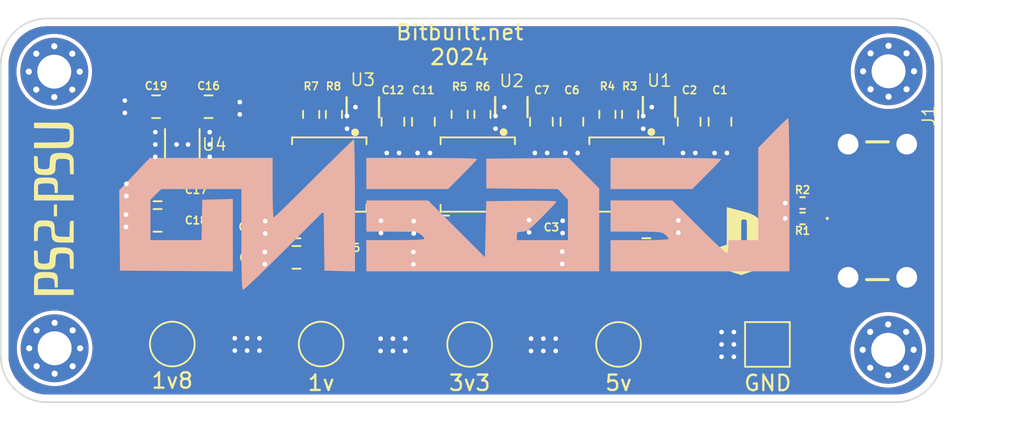
<source format=kicad_pcb>
(kicad_pcb (version 20240108) (generator "pcbnew") (generator_version "8.0")
  (layers (0 "F.Cu" signal) (31 "B.Cu" signal) (34 "B.Paste" user) (35 "F.Paste" user) (36 "B.SilkS" user "B.Silkscreen") (37 "F.SilkS" user "F.Silkscreen") (38 "B.Mask" user) (39 "F.Mask" user) (44 "Edge.Cuts" user))
  (net 0 "")
  (net 1 "1v")
  (net 2 "1v8")
  (net 3 "3v3")
  (net 4 "5v")
  (net 5 "VIN")
  (net 6 "GND")
  (net 7 "Net-(J1-CC2)")
  (net 8 "Net-(J1-CC1)")
  (net 9 "Net-(U1-SW)")
  (net 10 "Net-(U2-SW)")
  (net 11 "Net-(U3-SW)")
  (net 12 "Net-(U1-FB)")
  (net 13 "Net-(U2-FB)")
  (net 14 "Net-(U3-FB)")
  (footprint "Resistor_SMD:R_0402_1005Metric" (layer "F.Cu") (at 192.425 91.375 180)
    (property "Reference" "R1" (at 0 -0.8 0) (layer "F.SilkS") (effects (font (size 0.5 0.5) (thickness 0.1) (bold yes))))
    (property "Value" "5.1k" (hide yes))
    (pad "1" smd roundrect (at -0.51 0 180) (size 0.54 0.64) (layers "F.Cu" "F.Paste" "F.Mask") (net 8 "Net-(J1-CC1)"))
    (pad "2" smd roundrect (at 0.51 0 180) (size 0.54 0.64) (layers "F.Cu" "F.Paste" "F.Mask") (net 6 "GND"))
  )
  (footprint "Capacitor_SMD:C_0805_2012Metric" (layer "F.Cu") (at 165.875 85.1 -90)
    (property "Reference" "C12" (at -2.05 0 180) (layer "F.SilkS") (effects (font (size 0.5 0.5) (thickness 0.1) (bold yes))))
    (property "Value" "22uF" (hide yes))
    (pad "1" smd roundrect (at -0.95 0 270) (size 1 1.45) (layers "F.Cu" "F.Paste" "F.Mask") (net 5 "VIN"))
    (pad "2" smd roundrect (at 0.95 0 270) (size 1 1.45) (layers "F.Cu" "F.Paste" "F.Mask") (net 6 "GND"))
  )
  (footprint "Resistor_SMD:R_0603_1608Metric" (layer "F.Cu") (at 162.05 84.625 90)
    (property "Reference" "R8" (at 1.825 -0.025 180) (layer "F.SilkS") (effects (font (size 0.5 0.5) (thickness 0.1) (bold yes))))
    (property "Value" "10k" (hide yes))
    (pad "1" smd roundrect (at -0.825 0 90) (size 0.8 0.95) (layers "F.Cu" "F.Paste" "F.Mask") (net 6 "GND"))
    (pad "2" smd roundrect (at 0.825 0 90) (size 0.8 0.95) (layers "F.Cu" "F.Paste" "F.Mask") (net 14 "Net-(U3-FB)"))
  )
  (footprint "MountingHole:MountingHole_2.2mm_M2_Pad_Via" (layer "F.Cu") (at 198 81.825)
    (property "Reference" "REF**" (hide yes))
    (property "Value" "MountingHole_2.2mm_M2_Pad_Via" (hide yes))
    (pad "1" thru_hole circle (at -1.65 0) (size 0.7 0.7) (drill 0.4) (layers "*.Cu" "*.Mask"))
    (pad "1" thru_hole circle (at -1.166726 -1.166726) (size 0.7 0.7) (drill 0.4) (layers "*.Cu" "*.Mask"))
    (pad "1" thru_hole circle (at -1.166726 1.166726) (size 0.7 0.7) (drill 0.4) (layers "*.Cu" "*.Mask"))
    (pad "1" thru_hole circle (at 0 -1.65) (size 0.7 0.7) (drill 0.4) (layers "*.Cu" "*.Mask"))
    (pad "1" thru_hole circle (at 0 0) (size 4.4 4.4) (drill 2.2) (layers "*.Cu" "*.Mask"))
    (pad "1" thru_hole circle (at 0 1.65) (size 0.7 0.7) (drill 0.4) (layers "*.Cu" "*.Mask"))
    (pad "1" thru_hole circle (at 1.166726 -1.166726) (size 0.7 0.7) (drill 0.4) (layers "*.Cu" "*.Mask"))
    (pad "1" thru_hole circle (at 1.166726 1.166726) (size 0.7 0.7) (drill 0.4) (layers "*.Cu" "*.Mask"))
    (pad "1" thru_hole circle (at 1.65 0) (size 0.7 0.7) (drill 0.4) (layers "*.Cu" "*.Mask"))
  )
  (footprint "PS2 PSU Footprints:TPS62A06DRLR" (layer "F.Cu") (at 173.55 84.15 90)
    (property "Reference" "U2" (at 1.7 0.025 0) (layer "F.SilkS") (effects (font (size 0.8 0.8) (thickness 0.1))))
    (property "Value" "TPS62A06DRLR" (hide yes))
    (pad "1" smd rect (at -0.740001 -0.499999 90) (size 0.670001 0.299999) (layers "F.Cu" "F.Paste" "F.Mask") (net 6 "GND"))
    (pad "2" smd rect (at -0.740001 0 90) (size 0.670001 0.299999) (layers "F.Cu" "F.Paste" "F.Mask") (net 10 "Net-(U2-SW)"))
    (pad "3" smd rect (at -0.740001 0.499999 90) (size 0.670001 0.299999) (layers "F.Cu" "F.Paste" "F.Mask") (net 5 "VIN"))
    (pad "4" smd rect (at 0.740001 0.499999 90) (size 0.670001 0.299999) (layers "F.Cu" "F.Paste" "F.Mask") (net 5 "VIN"))
    (pad "5" smd rect (at 0.740001 0 90) (size 0.670001 0.299999) (layers "F.Cu" "F.Paste" "F.Mask") (net 13 "Net-(U2-FB)"))
    (pad "6" smd rect (at 0.740001 -0.499999 90) (size 0.670001 0.299999) (layers "F.Cu" "F.Paste" "F.Mask") (net 6 "GND"))
  )
  (footprint "Inductor_SMD:L_Coilcraft_XAL4020-XXX" (layer "F.Cu") (at 161.75 88.525 180)
    (property "Reference" "L3" (at -3.15 0.025 0) (layer "F.SilkS") (effects (font (size 0.8 0.8) (thickness 0.1))))
    (property "Value" "1uH" (hide yes))
    (pad "1" smd rect (at -1.185 0 180) (size 0.98 3.4) (layers "F.Cu" "F.Paste" "F.Mask") (net 11 "Net-(U3-SW)"))
    (pad "2" smd rect (at 1.185 0 180) (size 0.98 3.4) (layers "F.Cu" "F.Paste" "F.Mask") (net 1 "1v"))
  )
  (footprint "Capacitor_SMD:C_0805_2012Metric" (layer "F.Cu") (at 177.475 85.1 -90)
    (property "Reference" "C6" (at -2.05 0 180) (layer "F.SilkS") (effects (font (size 0.5 0.5) (thickness 0.1) (bold yes))))
    (property "Value" "22uF" (hide yes))
    (pad "1" smd roundrect (at -0.95 0 270) (size 1 1.45) (layers "F.Cu" "F.Paste" "F.Mask") (net 5 "VIN"))
    (pad "2" smd roundrect (at 0.95 0 270) (size 1 1.45) (layers "F.Cu" "F.Paste" "F.Mask") (net 6 "GND"))
  )
  (footprint "Resistor_SMD:R_0603_1608Metric" (layer "F.Cu") (at 171.675 84.625 90)
    (property "Reference" "R6" (at 1.8 0.025 180) (layer "F.SilkS") (effects (font (size 0.5 0.5) (thickness 0.1) (bold yes))))
    (property "Value" "10k" (hide yes))
    (pad "1" smd roundrect (at -0.825 0 90) (size 0.8 0.95) (layers "F.Cu" "F.Paste" "F.Mask") (net 6 "GND"))
    (pad "2" smd roundrect (at 0.825 0 90) (size 0.8 0.95) (layers "F.Cu" "F.Paste" "F.Mask") (net 13 "Net-(U2-FB)"))
  )
  (footprint "Capacitor_SMD:C_0805_2012Metric" (layer "F.Cu") (at 187.075 85.1 -90)
    (property "Reference" "C1" (at -2.05 0 180) (layer "F.SilkS") (effects (font (size 0.5 0.5) (thickness 0.1) (bold yes))))
    (property "Value" "22uF" (hide yes))
    (pad "1" smd roundrect (at -0.95 0 270) (size 1 1.45) (layers "F.Cu" "F.Paste" "F.Mask") (net 5 "VIN"))
    (pad "2" smd roundrect (at 0.95 0 270) (size 1 1.45) (layers "F.Cu" "F.Paste" "F.Mask") (net 6 "GND"))
  )
  (footprint "Capacitor_SMD:C_0805_2012Metric" (layer "F.Cu") (at 153.925 84.125)
    (property "Reference" "C16" (at 0 -1.35 0) (layer "F.SilkS") (effects (font (size 0.5 0.5) (thickness 0.1) (bold yes))))
    (property "Value" "10uF" (hide yes))
    (pad "1" smd roundrect (at -0.95 0) (size 1 1.45) (layers "F.Cu" "F.Paste" "F.Mask") (net 5 "VIN"))
    (pad "2" smd roundrect (at 0.95 0) (size 1 1.45) (layers "F.Cu" "F.Paste" "F.Mask") (net 6 "GND"))
  )
  (footprint "PS2 PSU Footprints:TLV75718PDRVR" (layer "F.Cu") (at 152.225 86.575 90)
    (property "Reference" "U4" (at 0 2.075 180) (layer "F.SilkS") (effects (font (size 0.8 0.8) (thickness 0.1))))
    (property "Value" "TLV75718PDRVR" (hide yes))
    (pad "1" smd roundrect (at -0.975 -0.65 90) (size 0.45 0.3) (layers "F.Cu" "F.Paste" "F.Mask") (roundrect_rratio 0.025) (net 2 "1v8"))
    (pad "2" smd roundrect (at -0.975 0 90) (size 0.45 0.3) (layers "F.Cu" "F.Paste" "F.Mask") (roundrect_rratio 0.025))
    (pad "3" smd roundrect (at -0.975 0.65 90) (size 0.45 0.3) (layers "F.Cu" "F.Paste" "F.Mask") (roundrect_rratio 0.025) (net 6 "GND"))
    (pad "4" smd roundrect (at 0.975 0.65 90) (size 0.45 0.3) (layers "F.Cu" "F.Paste" "F.Mask") (roundrect_rratio 0.025) (net 5 "VIN"))
    (pad "5" smd roundrect (at 0.975 0 90) (size 0.45 0.3) (layers "F.Cu" "F.Paste" "F.Mask") (roundrect_rratio 0.025))
    (pad "6" smd roundrect (at 0.975 -0.65 90) (size 0.45 0.3) (layers "F.Cu" "F.Paste" "F.Mask") (roundrect_rratio 0.025) (net 5 "VIN"))
    (pad "7" smd rect (at 0 0 90) (size 1 1.6) (layers "F.Cu" "F.Mask") (net 6 "GND"))
  )
  (footprint "PS2 PSU Footprints:USB4125GFA" (layer "F.Cu") (at 198.075 90.875 90)
    (property "Reference" "J1" (at 6.15 2.525 -90) (layer "F.SilkS") (effects (font (size 0.8 0.8) (thickness 0.1))))
    (property "Value" "USB4125-GF-A" (hide yes))
    (pad "A5" smd rect (at -0.5 -2.778 90) (size 0.7 1.2) (layers "F.Cu" "F.Paste" "F.Mask") (net 8 "Net-(J1-CC1)"))
    (pad "A9" smd rect (at 1.52 -2.778 90) (size 0.76 1.2) (layers "F.Cu" "F.Paste" "F.Mask") (net 5 "VIN"))
    (pad "A12" smd rect (at 2.75 -2.778 90) (size 0.8 1.2) (layers "F.Cu" "F.Paste" "F.Mask") (net 6 "GND"))
    (pad "B5" smd rect (at 0.5 -2.778 90) (size 0.7 1.2) (layers "F.Cu" "F.Paste" "F.Mask") (net 7 "Net-(J1-CC2)"))
    (pad "B9" smd rect (at -1.52 -2.778 90) (size 0.76 1.2) (layers "F.Cu" "F.Paste" "F.Mask") (net 5 "VIN"))
    (pad "B12" smd rect (at -2.75 -2.778 90) (size 0.8 1.2) (layers "F.Cu" "F.Paste" "F.Mask") (net 6 "GND"))
    (pad "MH1" thru_hole circle (at 4.32 -2.698 90) (size 2.01 2.01) (drill 1.34) (layers "*.Cu" "*.Mask") (net 6 "GND"))
    (pad "MH2" thru_hole circle (at 4.32 1.102 90) (size 2.01 2.01) (drill 1.34) (layers "*.Cu" "*.Mask") (net 6 "GND"))
    (pad "MH3" thru_hole circle (at -4.32 1.102 90) (size 2.01 2.01) (drill 1.34) (layers "*.Cu" "*.Mask") (net 6 "GND"))
    (pad "MH4" thru_hole circle (at -4.32 -2.698 90) (size 2.01 2.01) (drill 1.34) (layers "*.Cu" "*.Mask") (net 6 "GND"))
  )
  (footprint "PS2 PSU Footprints:TPS62A06DRLR" (layer "F.Cu") (at 163.925001 84.165001 90)
    (property "Reference" "U3" (at 1.790001 -0.000001 0) (layer "F.SilkS") (effects (font (size 0.8 0.8) (thickness 0.1))))
    (property "Value" "TPS62A06DRLR" (hide yes))
    (pad "1" smd rect (at -0.740001 -0.499999 90) (size 0.670001 0.299999) (layers "F.Cu" "F.Paste" "F.Mask") (net 6 "GND"))
    (pad "2" smd rect (at -0.740001 0 90) (size 0.670001 0.299999) (layers "F.Cu" "F.Paste" "F.Mask") (net 11 "Net-(U3-SW)"))
    (pad "3" smd rect (at -0.740001 0.499999 90) (size 0.670001 0.299999) (layers "F.Cu" "F.Paste" "F.Mask") (net 5 "VIN"))
    (pad "4" smd rect (at 0.740001 0.499999 90) (size 0.670001 0.299999) (layers "F.Cu" "F.Paste" "F.Mask") (net 5 "VIN"))
    (pad "5" smd rect (at 0.740001 0 90) (size 0.670001 0.299999) (layers "F.Cu" "F.Paste" "F.Mask") (net 14 "Net-(U3-FB)"))
    (pad "6" smd rect (at 0.740001 -0.499999 90) (size 0.670001 0.299999) (layers "F.Cu" "F.Paste" "F.Mask") (net 6 "GND"))
  )
  (footprint "Resistor_SMD:R_0603_1608Metric" (layer "F.Cu") (at 170.2 84.625 90)
    (property "Reference" "R5" (at 1.8 0 180) (layer "F.SilkS") (effects (font (size 0.5 0.5) (thickness 0.1) (bold yes))))
    (property "Value" "45k" (hide yes))
    (pad "1" smd roundrect (at -0.825 0 90) (size 0.8 0.95) (layers "F.Cu" "F.Paste" "F.Mask") (net 3 "3v3"))
    (pad "2" smd roundrect (at 0.825 0 90) (size 0.8 0.95) (layers "F.Cu" "F.Paste" "F.Mask") (net 13 "Net-(U2-FB)"))
  )
  (footprint "Capacitor_SMD:C_0805_2012Metric" (layer "F.Cu") (at 178.9 91.925 180)
    (property "Reference" "C3" (at 2.75 -0.025 0) (layer "F.SilkS") (effects (font (size 0.5 0.5) (thickness 0.1) (bold yes))))
    (property "Value" "22uF" (hide yes))
    (pad "1" smd roundrect (at -0.95 0 180) (size 1 1.45) (layers "F.Cu" "F.Paste" "F.Mask") (net 4 "5v"))
    (pad "2" smd roundrect (at 0.95 0 180) (size 1 1.45) (layers "F.Cu" "F.Paste" "F.Mask") (net 6 "GND"))
  )
  (footprint "Capacitor_SMD:C_0805_2012Metric" (layer "F.Cu") (at 159.625 93.9 180)
    (property "Reference" "C14" (at 2.975 -0.025 0) (layer "F.SilkS") (effects (font (size 0.5 0.5) (thickness 0.1) (bold yes))))
    (property "Value" "22uF" (hide yes))
    (pad "1" smd roundrect (at -0.95 0 180) (size 1 1.45) (layers "F.Cu" "F.Paste" "F.Mask") (net 1 "1v"))
    (pad "2" smd roundrect (at 0.95 0 180) (size 1 1.45) (layers "F.Cu" "F.Paste" "F.Mask") (net 6 "GND"))
  )
  (footprint "PS2 PSU Footprints:PS2-PSULogo2" (layer "F.Cu") (at 143.95 90.7 90)
    (property "Reference" "G***" (hide yes))
    (property "Value" "LOGO" (hide yes))
  )
  (footprint "Capacitor_SMD:C_0805_2012Metric" (layer "F.Cu") (at 175.5 85.1 -90)
    (property "Reference" "C7" (at -2.05 -0.025 180) (layer "F.SilkS") (effects (font (size 0.5 0.5) (thickness 0.1) (bold yes))))
    (property "Value" "22uF" (hide yes))
    (pad "1" smd roundrect (at -0.95 0 270) (size 1 1.45) (layers "F.Cu" "F.Paste" "F.Mask") (net 5 "VIN"))
    (pad "2" smd roundrect (at 0.95 0 270) (size 1 1.45) (layers "F.Cu" "F.Paste" "F.Mask") (net 6 "GND"))
  )
  (footprint "MountingHole:MountingHole_2.2mm_M2_Pad_Via" (layer "F.Cu") (at 143.925 81.85)
    (property "Reference" "REF**" (hide yes))
    (property "Value" "MountingHole_2.2mm_M2_Pad_Via" (hide yes))
    (pad "1" thru_hole circle (at -1.65 0) (size 0.7 0.7) (drill 0.4) (layers "*.Cu" "*.Mask"))
    (pad "1" thru_hole circle (at -1.166726 -1.166726) (size 0.7 0.7) (drill 0.4) (layers "*.Cu" "*.Mask"))
    (pad "1" thru_hole circle (at -1.166726 1.166726) (size 0.7 0.7) (drill 0.4) (layers "*.Cu" "*.Mask"))
    (pad "1" thru_hole circle (at 0 -1.65) (size 0.7 0.7) (drill 0.4) (layers "*.Cu" "*.Mask"))
    (pad "1" thru_hole circle (at 0 0) (size 4.4 4.4) (drill 2.2) (layers "*.Cu" "*.Mask"))
    (pad "1" thru_hole circle (at 0 1.65) (size 0.7 0.7) (drill 0.4) (layers "*.Cu" "*.Mask"))
    (pad "1" thru_hole circle (at 1.166726 -1.166726) (size 0.7 0.7) (drill 0.4) (layers "*.Cu" "*.Mask"))
    (pad "1" thru_hole circle (at 1.166726 1.166726) (size 0.7 0.7) (drill 0.4) (layers "*.Cu" "*.Mask"))
    (pad "1" thru_hole circle (at 1.65 0) (size 0.7 0.7) (drill 0.4) (layers "*.Cu" "*.Mask"))
  )
  (footprint "TestPoint:TestPoint_Pad_2.5x2.5mm" (layer "F.Cu") (at 190.15 99.55)
    (property "Reference" "GND" (at 0.02 2.51 0) (layer "F.SilkS"))
    (property "Value" "TestPoint" (hide yes))
    (pad "1" smd rect (at 0 0) (size 2.5 2.5) (layers "F.Cu" "F.Mask") (net 6 "GND"))
  )
  (footprint "Resistor_SMD:R_0603_1608Metric" (layer "F.Cu") (at 160.575 84.625 90)
    (property "Reference" "R7" (at 1.825 0 180) (layer "F.SilkS") (effects (font (size 0.5 0.5) (thickness 0.1) (bold yes))))
    (property "Value" "6.8k" (hide yes))
    (pad "1" smd roundrect (at -0.825 0 90) (size 0.8 0.95) (layers "F.Cu" "F.Paste" "F.Mask") (net 1 "1v"))
    (pad "2" smd roundrect (at 0.825 0 90) (size 0.8 0.95) (layers "F.Cu" "F.Paste" "F.Mask") (net 14 "Net-(U3-FB)"))
  )
  (footprint "Capacitor_SMD:C_0805_2012Metric" (layer "F.Cu") (at 169.25 93.9 180)
    (property "Reference" "C9" (at 2.775 0 0) (layer "F.SilkS") (effects (font (size 0.5 0.5) (thickness 0.1) (bold yes))))
    (property "Value" "22uF" (hide yes))
    (pad "1" smd roundrect (at -0.95 0 180) (size 1 1.45) (layers "F.Cu" "F.Paste" "F.Mask") (net 3 "3v3"))
    (pad "2" smd roundrect (at 0.95 0 180) (size 1 1.45) (layers "F.Cu" "F.Paste" "F.Mask") (net 6 "GND"))
  )
  (footprint "Capacitor_SMD:C_0805_2012Metric" (layer "F.Cu") (at 150.625 91.5 180)
    (property "Reference" "C18" (at -2.5 0 0) (layer "F.SilkS") (effects (font (size 0.5 0.5) (thickness 0.1) (bold yes))))
    (property "Value" "22uF" (hide yes))
    (pad "1" smd roundrect (at -0.95 0 180) (size 1 1.45) (layers "F.Cu" "F.Paste" "F.Mask") (net 2 "1v8"))
    (pad "2" smd roundrect (at 0.95 0 180) (size 1 1.45) (layers "F.Cu" "F.Paste" "F.Mask") (net 6 "GND"))
  )
  (footprint "Capacitor_SMD:C_0805_2012Metric" (layer "F.Cu") (at 150.525 84.125 180)
    (property "Reference" "C19" (at 0 1.35 0) (layer "F.SilkS") (effects (font (size 0.5 0.5) (thickness 0.1) (bold yes))))
    (property "Value" "10uF" (hide yes))
    (pad "1" smd roundrect (at -0.95 0 180) (size 1 1.45) (layers "F.Cu" "F.Paste" "F.Mask") (net 5 "VIN"))
    (pad "2" smd roundrect (at 0.95 0 180) (size 1 1.45) (layers "F.Cu" "F.Paste" "F.Mask") (net 6 "GND"))
  )
  (footprint "Capacitor_SMD:C_0805_2012Metric" (layer "F.Cu") (at 159.625 91.925 180)
    (property "Reference" "C13" (at 3.025 0 0) (layer "F.SilkS") (effects (font (size 0.5 0.5) (thickness 0.1) (bold yes))))
    (property "Value" "22uF" (hide yes))
    (pad "1" smd roundrect (at -0.95 0 180) (size 1 1.45) (layers "F.Cu" "F.Paste" "F.Mask") (net 1 "1v"))
    (pad "2" smd roundrect (at 0.95 0 180) (size 1 1.45) (layers "F.Cu" "F.Paste" "F.Mask") (net 6 "GND"))
  )
  (footprint "TestPoint:TestPoint_Pad_D2.5mm" (layer "F.Cu") (at 151.575 99.525)
    (property "Reference" "1v8" (at 0 2.375 0) (layer "F.SilkS"))
    (property "Value" "TestPoint" (hide yes))
    (pad "1" smd circle (at 0 0) (size 2.5 2.5) (layers "F.Cu" "F.Mask") (net 2 "1v8"))
  )
  (footprint "TestPoint:TestPoint_Pad_D2.5mm" (layer "F.Cu") (at 161.225 99.525)
    (property "Reference" "1v" (at 0 2.525 0) (layer "F.SilkS"))
    (property "Value" "TestPoint" (hide yes))
    (pad "1" smd circle (at 0 0) (size 2.5 2.5) (layers "F.Cu" "F.Mask") (net 1 "1v"))
  )
  (footprint "Capacitor_SMD:C_0805_2012Metric" (layer "F.Cu") (at 167.85 85.1 -90)
    (property "Reference" "C11" (at -2.05 0 180) (layer "F.SilkS") (effects (font (size 0.5 0.5) (thickness 0.1) (bold yes))))
    (property "Value" "22uF" (hide yes))
    (pad "1" smd roundrect (at -0.95 0 270) (size 1 1.45) (layers "F.Cu" "F.Paste" "F.Mask") (net 5 "VIN"))
    (pad "2" smd roundrect (at 0.95 0 270) (size 1 1.45) (layers "F.Cu" "F.Paste" "F.Mask") (net 6 "GND"))
  )
  (footprint "Inductor_SMD:L_Coilcraft_XAL4020-XXX" (layer "F.Cu") (at 181.015001 88.525001 180)
    (property "Reference" "L1" (at -3.109999 0.000001 0) (layer "F.SilkS") (effects (font (size 0.8 0.8) (thickness 0.1))))
    (property "Value" "2.2uH" (hide yes))
    (pad "1" smd rect (at -1.185 0 180) (size 0.98 3.4) (layers "F.Cu" "F.Paste" "F.Mask") (net 9 "Net-(U1-SW)"))
    (pad "2" smd rect (at 1.185 0 180) (size 0.98 3.4) (layers "F.Cu" "F.Paste" "F.Mask") (net 4 "5v"))
  )
  (footprint "Inductor_SMD:L_Coilcraft_XAL4020-XXX" (layer "F.Cu") (at 171.375 88.525 180)
    (property "Reference" "L2" (at -3.11 0 0) (layer "F.SilkS") (effects (font (size 0.8 0.8) (thickness 0.1))))
    (property "Value" "2.2uH" (hide yes))
    (pad "1" smd rect (at -1.185 0 180) (size 0.98 3.4) (layers "F.Cu" "F.Paste" "F.Mask") (net 10 "Net-(U2-SW)"))
    (pad "2" smd rect (at 1.185 0 180) (size 0.98 3.4) (layers "F.Cu" "F.Paste" "F.Mask") (net 3 "3v3"))
  )
  (footprint "Capacitor_SMD:C_0805_2012Metric" (layer "F.Cu") (at 185.075 85.1 -90)
    (property "Reference" "C2" (at -2.05 -0.025 180) (layer "F.SilkS") (effects (font (size 0.5 0.5) (thickness 0.1) (bold yes))))
    (property "Value" "22uF" (hide yes))
    (pad "1" smd roundrect (at -0.95 0 270) (size 1 1.45) (layers "F.Cu" "F.Paste" "F.Mask") (net 5 "VIN"))
    (pad "2" smd roundrect (at 0.95 0 270) (size 1 1.45) (layers "F.Cu" "F.Paste" "F.Mask") (net 6 "GND"))
  )
  (footprint "Capacitor_SMD:C_0805_2012Metric" (layer "F.Cu") (at 163.025 91.925)
    (property "Reference" "C15" (at 0 1.35 0) (layer "F.SilkS") (effects (font (size 0.5 0.5) (thickness 0.1) (bold yes))))
    (property "Value" "22uF" (hide yes))
    (pad "1" smd roundrect (at -0.95 0) (size 1 1.45) (layers "F.Cu" "F.Paste" "F.Mask") (net 1 "1v"))
    (pad "2" smd roundrect (at 0.95 0) (size 1 1.45) (layers "F.Cu" "F.Paste" "F.Mask") (net 6 "GND"))
  )
  (footprint "TestPoint:TestPoint_Pad_D2.5mm" (layer "F.Cu") (at 170.85 99.55)
    (property "Reference" "3v3" (at 0 2.5 0) (layer "F.SilkS"))
    (property "Value" "TestPoint" (hide yes))
    (pad "1" smd circle (at 0 0) (size 2.5 2.5) (layers "F.Cu" "F.Mask") (net 3 "3v3"))
  )
  (footprint "Resistor_SMD:R_0603_1608Metric" (layer "F.Cu") (at 181.25 84.625 90)
    (property "Reference" "R3" (at 1.825 -0.025 0) (layer "F.SilkS") (effects (font (size 0.5 0.5) (thickness 0.1) (bold yes))))
    (property "Value" "10k" (hide yes))
    (pad "1" smd roundrect (at -0.825 0 90) (size 0.8 0.95) (layers "F.Cu" "F.Paste" "F.Mask") (net 6 "GND"))
    (pad "2" smd roundrect (at 0.825 0 90) (size 0.8 0.95) (layers "F.Cu" "F.Paste" "F.Mask") (net 12 "Net-(U1-FB)"))
  )
  (footprint "MountingHole:MountingHole_2.2mm_M2_Pad_Via" (layer "F.Cu") (at 143.95 99.8)
    (property "Reference" "REF**" (hide yes))
    (property "Value" "MountingHole_2.2mm_M2_Pad_Via" (hide yes))
    (pad "1" thru_hole circle (at -1.65 0) (size 0.7 0.7) (drill 0.4) (layers "*.Cu" "*.Mask"))
    (pad "1" thru_hole circle (at -1.166726 -1.166726) (size 0.7 0.7) (drill 0.4) (layers "*.Cu" "*.Mask"))
    (pad "1" thru_hole circle (at -1.166726 1.166726) (size 0.7 0.7) (drill 0.4) (layers "*.Cu" "*.Mask"))
    (pad "1" thru_hole circle (at 0 -1.65) (size 0.7 0.7) (drill 0.4) (layers "*.Cu" "*.Mask"))
    (pad "1" thru_hole circle (at 0 0) (size 4.4 4.4) (drill 2.2) (layers "*.Cu" "*.Mask"))
    (pad "1" thru_hole circle (at 0 1.65) (size 0.7 0.7) (drill 0.4) (layers "*.Cu" "*.Mask"))
    (pad "1" thru_hole circle (at 1.166726 -1.166726) (size 0.7 0.7) (drill 0.4) (layers "*.Cu" "*.Mask"))
    (pad "1" thru_hole circle (at 1.166726 1.166726) (size 0.7 0.7) (drill 0.4) (layers "*.Cu" "*.Mask"))
    (pad "1" thru_hole circle (at 1.65 0) (size 0.7 0.7) (drill 0.4) (layers "*.Cu" "*.Mask"))
  )
  (footprint "Capacitor_SMD:C_0805_2012Metric" (layer "F.Cu") (at 178.9 93.9 180)
    (property "Reference" "C4" (at 2.725 0 0) (layer "F.SilkS") (effects (font (size 0.5 0.5) (thickness 0.1) (bold yes))))
    (property "Value" "22uF" (hide yes))
    (pad "1" smd roundrect (at -0.95 0 180) (size 1 1.45) (layers "F.Cu" "F.Paste" "F.Mask") (net 4 "5v"))
    (pad "2" smd roundrect (at 0.95 0 180) (size 1 1.45) (layers "F.Cu" "F.Paste" "F.Mask") (net 6 "GND"))
  )
  (footprint "TestPoint:TestPoint_Pad_D2.5mm" (layer "F.Cu") (at 180.5 99.55)
    (property "Reference" "5v" (at 0 2.5 0) (layer "F.SilkS"))
    (property "Value" "TestPoint" (hide yes))
    (pad "1" smd circle (at 0 0) (size 2.5 2.5) (layers "F.Cu" "F.Mask") (net 4 "5v"))
  )
  (footprint "Resistor_SMD:R_0402_1005Metric" (layer "F.Cu") (at 192.425 90.375 180)
    (property "Reference" "R2" (at 0 0.85 0) (layer "F.SilkS") (effects (font (size 0.5 0.5) (thickness 0.1) (bold yes))))
    (property "Value" "5.1k" (hide yes))
    (pad "1" smd roundrect (at -0.51 0 180) (size 0.54 0.64) (layers "F.Cu" "F.Paste" "F.Mask") (net 7 "Net-(J1-CC2)"))
    (pad "2" smd roundrect (at 0.51 0 180) (size 0.54 0.64) (layers "F.Cu" "F.Paste" "F.Mask") (net 6 "GND"))
  )
  (footprint "Capacitor_SMD:C_0805_2012Metric" (layer "F.Cu") (at 172.65 91.925)
    (property "Reference" "C10" (at 0 1.375 0) (layer "F.SilkS") (effects (font (size 0.5 0.5) (thickness 0.1) (bold yes))))
    (property "Value" "22uF" (hide yes))
    (pad "1" smd roundrect (at -0.95 0) (size 1 1.45) (layers "F.Cu" "F.Paste" "F.Mask") (net 3 "3v3"))
    (pad "2" smd roundrect (at 0.95 0) (size 1 1.45) (layers "F.Cu" "F.Paste" "F.Mask") (net 6 "GND"))
  )
  (footprint "PS2 PSU Footprints:PSLogo2" (layer "F.Cu") (at 188.225 92.85)
    (property "Reference" "G***" (hide yes))
    (property "Value" "LOGO" (hide yes))
  )
  (footprint "Capacitor_SMD:C_0805_2012Metric" (layer "F.Cu") (at 150.625 89.525 180)
    (property "Reference" "C17" (at -2.5 0 0) (layer "F.SilkS") (effects (font (size 0.5 0.5) (thickness 0.1) (bold yes))))
    (property "Value" "22uF" (hide yes))
    (pad "1" smd roundrect (at -0.95 0 180) (size 1 1.45) (layers "F.Cu" "F.Paste" "F.Mask") (net 2 "1v8"))
    (pad "2" smd roundrect (at 0.95 0 180) (size 1 1.45) (layers "F.Cu" "F.Paste" "F.Mask") (net 6 "GND"))
  )
  (footprint "Capacitor_SMD:C_0805_2012Metric" (layer "F.Cu") (at 169.25 91.925 180)
    (property "Reference" "C8" (at 2.8 -0.025 0) (layer "F.SilkS") (effects (font (size 0.5 0.5) (thickness 0.1) (bold yes))))
    (property "Value" "22uF" (hide yes))
    (pad "1" smd roundrect (at -0.95 0 180) (size 1 1.45) (layers "F.Cu" "F.Paste" "F.Mask") (net 3 "3v3"))
    (pad "2" smd roundrect (at 0.95 0 180) (size 1 1.45) (layers "F.Cu" "F.Paste" "F.Mask") (net 6 "GND"))
  )
  (footprint "Resistor_SMD:R_0603_1608Metric" (layer "F.Cu") (at 179.775 84.625 90)
    (property "Reference" "R4" (at 1.825 0 180) (layer "F.SilkS") (effects (font (size 0.5 0.5) (thickness 0.1) (bold yes))))
    (property "Value" "73.2k" (hide yes))
    (pad "1" smd roundrect (at -0.825 0 90) (size 0.8 0.95) (layers "F.Cu" "F.Paste" "F.Mask") (net 4 "5v"))
    (pad "2" smd roundrect (at 0.825 0 90) (size 0.8 0.95) (layers "F.Cu" "F.Paste" "F.Mask") (net 12 "Net-(U1-FB)"))
  )
  (footprint "MountingHole:MountingHole_2.2mm_M2_Pad_Via" (layer "F.Cu") (at 197.975 99.9)
    (property "Reference" "REF**" (hide yes))
    (property "Value" "MountingHole_2.2mm_M2_Pad_Via" (hide yes))
    (pad "1" thru_hole circle (at -1.65 0) (size 0.7 0.7) (drill 0.4) (layers "*.Cu" "*.Mask"))
    (pad "1" thru_hole circle (at -1.166726 -1.166726) (size 0.7 0.7) (drill 0.4) (layers "*.Cu" "*.Mask"))
    (pad "1" thru_hole circle (at -1.166726 1.166726) (size 0.7 0.7) (drill 0.4) (layers "*.Cu" "*.Mask"))
    (pad "1" thru_hole circle (at 0 -1.65) (size 0.7 0.7) (drill 0.4) (layers "*.Cu" "*.Mask"))
    (pad "1" thru_hole circle (at 0 0) (size 4.4 4.4) (drill 2.2) (layers "*.Cu" "*.Mask"))
    (pad "1" thru_hole circle (at 0 1.65) (size 0.7 0.7) (drill 0.4) (layers "*.Cu" "*.Mask"))
    (pad "1" thru_hole circle (at 1.166726 -1.166726) (size 0.7 0.7) (drill 0.4) (layers "*.Cu" "*.Mask"))
    (pad "1" thru_hole circle (at 1.166726 1.166726) (size 0.7 0.7) (drill 0.4) (layers "*.Cu" "*.Mask"))
    (pad "1" thru_hole circle (at 1.65 0) (size 0.7 0.7) (drill 0.4) (layers "*.Cu" "*.Mask"))
  )
  (footprint "Capacitor_SMD:C_0805_2012Metric" (layer "F.Cu") (at 182.3 91.925)
    (property "Reference" "C5" (at -0.025 1.375 0) (layer "F.SilkS") (effects (font (size 0.5 0.5) (thickness 0.1) (bold yes))))
    (property "Value" "22uF" (hide yes))
    (pad "1" smd roundrect (at -0.95 0) (size 1 1.45) (layers "F.Cu" "F.Paste" "F.Mask") (net 4 "5v"))
    (pad "2" smd roundrect (at 0.95 0) (size 1 1.45) (layers "F.Cu" "F.Paste" "F.Mask") (net 6 "GND"))
  )
  (footprint "PS2 PSU Footprints:TPS62A06DRLR" (layer "F.Cu") (at 183.125001 84.140001 90)
    (property "Reference" "U1" (at 1.715001 0.024999 0) (layer "F.SilkS") (effects (font (size 0.8 0.8) (thickness 0.1))))
    (property "Value" "TPS62A06DRLR" (hide yes))
    (pad "1" smd rect (at -0.740001 -0.499999 90) (size 0.670001 0.299999) (layers "F.Cu" "F.Paste" "F.Mask") (net 6 "GND"))
    (pad "2" smd rect (at -0.740001 0 90) (size 0.670001 0.299999) (layers "F.Cu" "F.Paste" "F.Mask") (net 9 "Net-(U1-SW)"))
    (pad "3" smd rect (at -0.740001 0.499999 90) (size 0.670001 0.299999) (layers "F.Cu" "F.Paste" "F.Mask") (net 5 "VIN"))
    (pad "4" smd rect (at 0.740001 0.499999 90) (size 0.670001 0.299999) (layers "F.Cu" "F.Paste" "F.Mask") (net 5 "VIN"))
    (pad "5" smd rect (at 0.740001 0 90) (size 0.670001 0.299999) (layers "F.Cu" "F.Paste" "F.Mask") (net 12 "Net-(U1-FB)"))
    (pad "6" smd rect (at 0.740001 -0.499999 90) (size 0.670001 0.299999) (layers "F.Cu" "F.Paste" "F.Mask") (net 6 "GND"))
  )
  (footprint "PS2 PSU Footprints:Legend" (layer "B.Cu") (at 169.95 90.575 180)
    (property "Reference" "G***" (hide yes))
    (property "Value" "LOGO" (hide yes))
  )
  (gr_line (start 198.45825 78.400891) (end 143.458247 78.400891) (stroke (width 0.1)) (layer "Edge.Cuts"))
  (gr_arc (start 198.45825 78.400891) (mid 200.575 79.275) (end 201.458246 81.387954) (stroke (width 0.1)) (layer "Edge.Cuts"))
  (gr_circle (center 201.458246 78.400891) (end 201.468246 78.400891) (stroke (width 0.0001)) (fill solid) (layer "Edge.Cuts"))
  (gr_circle (center 140.458246 78.400891) (end 140.468246 78.400891) (stroke (width 0.0001)) (fill solid) (layer "Edge.Cuts"))
  (gr_line (start 140.458246 81.400892) (end 140.458246 100.30089) (stroke (width 0.1)) (layer "Edge.Cuts"))
  (gr_circle (center 201.458246 103.300891) (end 201.468246 103.300891) (stroke (width 0.0001)) (fill solid) (layer "Edge.Cuts"))
  (gr_arc (start 201.458246 100.300915) (mid 200.583437 102.418356) (end 198.469204 103.300891) (stroke (width 0.1)) (layer "Edge.Cuts"))
  (gr_circle (center 140.458246 103.300891) (end 140.468246 103.300891) (stroke (width 0.0001)) (fill solid) (layer "Edge.Cuts"))
  (gr_line (start 201.458246 100.300915) (end 201.458246 81.387954) (stroke (width 0.1)) (layer "Edge.Cuts"))
  (gr_line (start 143.458247 103.300891) (end 198.469204 103.300891) (stroke (width 0.1)) (layer "Edge.Cuts"))
  (gr_arc (start 143.458247 103.300891) (mid 141.336926 102.422211) (end 140.458246 100.30089) (stroke (width 0.1)) (layer "Edge.Cuts"))
  (gr_arc (start 140.458246 81.400892) (mid 141.336926 79.279571) (end 143.458247 78.400891) (stroke (width 0.1)) (layer "Edge.Cuts"))
  (gr_text "Bitbuilt.net\n2024" (at 170.2 80.1 0) (layer "F.SilkS") (effects (font (size 1 1))))
  (segment (start 152.875 84.225) (end 152.975 84.125) (width 0.4) (layer "F.Cu") (net 5))
  (segment (start 164.425 84.905002) (end 164.425 83.425) (width 0.3) (layer "F.Cu") (net 5))
  (segment (start 151.575 85.6) (end 151.575 84.225) (width 0.4) (layer "F.Cu") (net 5))
  (segment (start 151.575 84.225) (end 151.475 84.125) (width 0.4) (layer "F.Cu") (net 5))
  (segment (start 152.875 85.6) (end 152.875 84.225) (width 0.4) (layer "F.Cu") (net 5))
  (segment (start 174.049999 84.890001) (end 174.049999 83.409999) (width 0.3) (layer "F.Cu") (net 5))
  (segment (start 183.625 84.880002) (end 183.625 83.4) (width 0.3) (layer "F.Cu") (net 5))
  (segment (start 152.875 87.225) (end 152.225 86.575) (width 0.3) (layer "F.Cu") (net 6))
  (segment (start 191.915 90.375) (end 191.3 90.375) (width 0.4) (layer "F.Cu") (net 6))
  (segment (start 191.915 91.375) (end 191.3 91.375) (width 0.4) (layer "F.Cu") (net 6))
  (segment (start 152.875 87.55) (end 152.875 87.225) (width 0.3) (layer "F.Cu") (net 6))
  (via (at 167.225 91.55) (size 0.6) (drill 0.3) (layers "F.Cu" "B.Cu") (net 6))
  (via (at 187.175 98.75) (size 0.6) (drill 0.3) (layers "F.Cu" "B.Cu") (net 6))
  (via (at 165.075 99.975) (size 0.6) (drill 0.3) (layers "F.Cu" "B.Cu") (net 6))
  (via (at 174.7 91.475) (size 0.6) (drill 0.3) (layers "F.Cu" "B.Cu") (net 6))
  (via (at 184.675 87.125) (size 0.6) (drill 0.3) (layers "F.Cu" "B.Cu") (net 6))
  (via (at 150.475 85.775) (size 0.6) (drill 0.3) (layers "F.Cu" "B.Cu") (net 6))
  (via (at 176.85 93.525) (size 0.6) (drill 0.3) (layers "F.Cu" "B.Cu") (net 6))
  (via (at 167.475 87.125) (size 0.6) (drill 0.3) (layers "F.Cu" "B.Cu") (net 6))
  (via (at 150.475 86.575) (size 0.6) (drill 0.3) (layers "F.Cu" "B.Cu") (net 6))
  (via (at 154 85.775) (size 0.6) (drill 0.3) (layers "F.Cu" "B.Cu") (net 6))
  (via (at 165.1 92.325) (size 0.6) (drill 0.3) (layers "F.Cu" "B.Cu") (net 6))
  (via (at 187.175 99.55) (size 0.6) (drill 0.3) (layers "F.Cu" "B.Cu") (net 6))
  (via (at 184.375 92.3) (size 0.6) (drill 0.3) (layers "F.Cu" "B.Cu") (net 6))
  (via (at 154 87.375) (size 0.6) (drill 0.3) (layers "F.Cu" "B.Cu") (net 6))
  (via (at 182.65 84.15) (size 0.6) (drill 0.3) (layers "F.Cu" "B.Cu") (net 6))
  (via (at 148.5 83.725) (size 0.6) (drill 0.3) (layers "F.Cu" "B.Cu") (net 6))
  (via (at 187.175 100.35) (size 0.6) (drill 0.3) (layers "F.Cu" "B.Cu") (net 6))
  (via (at 150.475 87.375) (size 0.6) (drill 0.3) (layers "F.Cu" "B.Cu") (net 6))
  (via (at 163.45 84.15) (size 0.6) (drill 0.3) (layers "F.Cu" "B.Cu") (net 6))
  (via (at 148.575 91.925) (size 0.6) (drill 0.3) (layers "F.Cu" "B.Cu") (net 6))
  (via (at 165.1 91.525) (size 0.6) (drill 0.3) (layers "F.Cu" "B.Cu") (net 6))
  (via (at 154 86.575) (size 0.6) (drill 0.3) (layers "F.Cu" "B.Cu") (net 6))
  (via (at 165.075 99.175) (size 0.6) (drill 0.3) (layers "F.Cu" "B.Cu") (net 6))
  (via (at 175.875 87.125) (size 0.6) (drill 0.3) (layers "F.Cu" "B.Cu") (net 6))
  (via (at 155.95 83.825) (size 0.6) (drill 0.3) (layers "F.Cu" "B.Cu") (net 6))
  (via (at 182.1 84.725) (size 0.6) (drill 0.3) (layers "F.Cu" "B.Cu") (net 6))
  (via (at 187.975 99.55) (size 0.6) (drill 0.3) (layers "F.Cu" "B.Cu") (net 6))
  (via (at 157.575 93.55) (size 0.6) (drill 0.3) (layers "F.Cu" "B.Cu") (net 6))
  (via (at 165.875 99.975) (size 0.6) (drill 0.3) (layers "F.Cu" "B.Cu") (net 6))
  (via (at 177.85 87.125) (size 0.6) (drill 0.3) (layers "F.Cu" "B.Cu") (net 6))
  (via (at 148.575 91.125) (size 0.6) (drill 0.3) (layers "F.Cu" "B.Cu") (net 6))
  (via (at 176.875 91.525) (size 0.6) (drill 0.3) (layers "F.Cu" "B.Cu") (net 6))
  (via (at 167.2 94.35) (size 0.6) (drill 0.3) (layers "F.Cu" "B.Cu") (net 6))
  (via (at 173.1 84.15) (size 0.6) (drill 0.3) (layers "F.Cu" "B.Cu") (net 6))
  (via (at 187.525 87.125) (size 0.6) (drill 0.3) (layers "F.Cu" "B.Cu") (net 6))
  (via (at 165.875 99.175) (size 0.6) (drill 0.3) (layers "F.Cu" "B.Cu") (net 6))
  (via (at 148.5 84.525) (size 0.6) (drill 0.3) (layers "F.Cu" "B.Cu") (net 6))
  (via (at 184.375 91.5) (size 0.6) (drill 0.3) (layers "F.Cu" "B.Cu") (net 6))
  (via (at 174.825 99.975) (size 0.6) (drill 0.3) (layers "F.Cu" "B.Cu") (net 6))
  (via (at 155.625 99.95) (size 0.6) (drill 0.3) (layers "F.Cu" "B.Cu") (net 6))
  (via (at 157.6 91.55) (size 0.6) (drill 0.3) (layers "F.Cu" "B.Cu") (net 6))
  (via (at 187.975 98.75) (size 0.6) (drill 0.3) (layers "F.Cu" "B.Cu") (net 6))
  (via (at 157.6 92.35) (size 0.6) (drill 0.3) (layers "F.Cu" "B.Cu") (net 6))
  (via (at 172.525 84.725) (size 0.6) (drill 0.3) (layers "F.Cu" "B.Cu") (net 6))
  (via (at 152.6 86.575) (size 0.6) (drill 0.3) (layers "F.Cu" "B.Cu") (net 6))
  (via (at 162.9 84.725) (size 0.6) (drill 0.3) (layers "F.Cu" "B.Cu") (net 6))
  (via (at 175.625 99.975) (size 0.6) (drill 0.3) (layers "F.Cu" "B.Cu") (net 6))
  (via (at 155.95 84.625) (size 0.6) (drill 0.3) (layers "F.Cu" "B.Cu") (net 6))
  (via (at 175.625 99.175) (size 0.6) (drill 0.3) (layers "F.Cu" "B.Cu") (net 6))
  (via (at 157.225 99.95) (size 0.6) (drill 0.3) (layers "F.Cu" "B.Cu") (net 6))
  (via (at 191.3 91.375) (size 0.6) (drill 0.3) (layers "F.Cu" "B.Cu") (net 6))
  (via (at 157.575 94.35) (size 0.6) (drill 0.3) (layers "F.Cu" "B.Cu") (net 6))
  (via (at 167.225 92.35) (size 0.6) (drill 0.3) (layers "F.Cu" "B.Cu") (net 6))
  (via (at 176.425 99.175) (size 0.6) (drill 0.3) (layers "F.Cu" "B.Cu") (net 6))
  (via (at 166.275 87.125) (size 0.6) (drill 0.3) (layers "F.Cu" "B.Cu") (net 6))
  (via (at 167.2 93.55) (size 0.6) (drill 0.3) (layers "F.Cu" "B.Cu") (net 6))
  (via (at 176.875 92.325) (size 0.6) (drill 0.3) (layers "F.Cu" "B.Cu") (net 6))
  (via (at 186.725 87.125) (size 0.6) (drill 0.3) (layers "F.Cu" "B.Cu") (net 6))
  (via (at 165.475 87.125) (size 0.6) (drill 0.3) (layers "F.Cu" "B.Cu") (net 6))
  (via (at 157.225 99.15) (size 0.6) (drill 0.3) (layers "F.Cu" "B.Cu") (net 6))
  (via (at 148.6 89.925) (size 0.6) (drill 0.3) (layers "F.Cu" "B.Cu") (net 6))
  (via (at 176.425 99.975) (size 0.6) (drill 0.3) (layers "F.Cu" "B.Cu") (net 6))
  (via (at 185.475 87.125) (size 0.6) (drill 0.3) (layers "F.Cu" "B.Cu") (net 6))
  (via (at 174.7 92.275) (size 0.6) (drill 0.3) (layers "F.Cu" "B.Cu") (net 6))
  (via (at 162.9 85.55) (size 0.6) (drill 0.3) (layers "F.Cu" "B.Cu") (net 6))
  (via (at 177.05 87.125) (size 0.6) (drill 0.3) (layers "F.Cu" "B.Cu") (net 6))
  (via (at 148.6 89.125) (size 0.6) (drill 0.3) (layers "F.Cu" "B.Cu") (net 6))
  (via (at 182.1 85.55) (size 0.6) (drill 0.3) (layers "F.Cu" "B.Cu") (net 6))
  (via (at 187.975 100.35) (size 0.6) (drill 0.3) (layers "F.Cu" "B.Cu") (net 6))
  (via (at 175.075 87.125) (size 0.6) (drill 0.3) (layers "F.Cu" "B.Cu") (net 6))
  (via (at 166.675 99.175) (size 0.6) (drill 0.3) (layers "F.Cu" "B.Cu") (net 6))
  (via (at 156.425 99.15) (size 0.6) (drill 0.3) (layers "F.Cu" "B.Cu") (net 6))
  (via (at 191.3 90.375) (size 0.6) (drill 0.3) (layers "F.Cu" "B.Cu") (net 6))
  (via (at 155.625 99.15) (size 0.6) (drill 0.3) (layers "F.Cu" "B.Cu") (net 6))
  (via (at 174.825 99.175) (size 0.6) (drill 0.3) (layers "F.Cu" "B.Cu") (net 6))
  (via (at 156.425 99.95) (size 0.6) (drill 0.3) (layers "F.Cu" "B.Cu") (net 6))
  (via (at 172.525 85.55) (size 0.6) (drill 0.3) (layers "F.Cu" "B.Cu") (net 6))
  (via (at 168.275 87.125) (size 0.6) (drill 0.3) (layers "F.Cu" "B.Cu") (net 6))
  (via (at 151.85 86.575) (size 0.6) (drill 0.3) (layers "F.Cu" "B.Cu") (net 6))
  (via (at 166.675 99.975) (size 0.6) (drill 0.3) (layers "F.Cu" "B.Cu") (net 6))
  (via (at 176.85 94.325) (size 0.6) (drill 0.3) (layers "F.Cu" "B.Cu") (net 6))
  (segment (start 195.297 90.375) (end 192.935 90.375) (width 0.4) (layer "F.Cu") (net 7))
  (segment (start 195.297 91.375) (end 192.935 91.375) (width 0.4) (layer "F.Cu") (net 8))
  (segment (start 183.125001 85.649999) (end 183.125 85.65) (width 0.3) (layer "F.Cu") (net 9))
  (segment (start 183.125001 84.880002) (end 183.125001 85.649999) (width 0.3) (layer "F.Cu") (net 9))
  (segment (start 173.55 84.890001) (end 173.55 85.65) (width 0.3) (layer "F.Cu") (net 10))
  (segment (start 163.925001 85.674999) (end 163.925 85.675) (width 0.3) (layer "F.Cu") (net 11))
  (segment (start 163.925001 84.905002) (end 163.925001 85.674999) (width 0.3) (layer "F.Cu") (net 11))
  (segment (start 183.125001 82.725) (end 182.825001 82.425) (width 0.3) (layer "F.Cu") (net 12))
  (segment (start 182.825001 82.425) (end 181.625 82.425) (width 0.3) (layer "F.Cu") (net 12))
  (segment (start 181.25 83.8) (end 179.775 83.8) (width 0.3) (layer "F.Cu") (net 12))
  (segment (start 181.625 82.425) (end 181.25 82.8) (width 0.3) (layer "F.Cu") (net 12))
  (segment (start 181.25 82.8) (end 181.25 83.8) (width 0.3) (layer "F.Cu") (net 12))
  (segment (start 183.125001 83.4) (end 183.125001 82.725) (width 0.3) (layer "F.Cu") (net 12))
  (segment (start 171.675 82.75) (end 171.675 83.8) (width 0.3) (layer "F.Cu") (net 13))
  (segment (start 171.675 83.8) (end 170.2 83.8) (width 0.3) (layer "F.Cu") (net 13))
  (segment (start 173.55 82.725) (end 173.275 82.45) (width 0.3) (layer "F.Cu") (net 13))
  (segment (start 173.275 82.45) (end 171.975 82.45) (width 0.3) (layer "F.Cu") (net 13))
  (segment (start 171.975 82.45) (end 171.675 82.75) (width 0.3) (layer "F.Cu") (net 13))
  (segment (start 173.55 83.409999) (end 173.55 82.725) (width 0.3) (layer "F.Cu") (net 13))
  (segment (start 163.65 82.475) (end 162.325 82.475) (width 0.3) (layer "F.Cu") (net 14))
  (segment (start 163.925001 82.750001) (end 163.65 82.475) (width 0.3) (layer "F.Cu") (net 14))
  (segment (start 162.05 83.8) (end 160.575 83.8) (width 0.3) (layer "F.Cu") (net 14))
  (segment (start 162.05 82.75) (end 162.05 83.8) (width 0.3) (layer "F.Cu") (net 14))
  (segment (start 163.925001 83.425) (end 163.925001 82.750001) (width 0.3) (layer "F.Cu") (net 14))
  (segment (start 162.325 82.475) (end 162.05 82.75) (width 0.3) (layer "F.Cu") (net 14))
  (zone (net 9) (net_name "Net-(U1-SW)") (layer "F.Cu") (priority 3) (connect_pads yes (clearance 0.25)) (min_thickness 0.25) (fill yes (thermal_gap 0.5) (thermal_bridge_width 0.5))
    (polygon (pts (xy 183.325 84.5) (xy 182.925 84.5) (xy 182.925 85.525) (xy 181.65 86.8) (xy 181.675 90.275) (xy 183.325 90.275)))
  )
  (zone (net 10) (net_name "Net-(U2-SW)") (layer "F.Cu") (priority 3) (connect_pads yes (clearance 0.25)) (min_thickness 0.25) (fill yes (thermal_gap 0.5) (thermal_bridge_width 0.5))
    (polygon (pts (xy 173.725 84.5) (xy 173.325 84.5) (xy 173.325 85.525) (xy 172.05 86.8) (xy 172.075 90.275) (xy 173.725 90.275)))
  )
  (zone (net 5) (net_name "VIN") (layer "F.Cu") (priority 3) (connect_pads yes (clearance 0.25)) (min_thickness 0.25) (fill yes (thermal_gap 0.5) (thermal_bridge_width 0.5) (smoothing fillet) (radius 1))
    (polygon (pts (xy 150.85 85.925) (xy 150.85 80.575) (xy 150.875 80.425) (xy 150.925 80.25) (xy 151 80.1) (xy 151.1 79.95) (xy 151.2 79.85) (xy 151.3 79.775) (xy 151.425 79.7) (xy 151.55 79.65) (xy 151.65 79.625) (xy 151.8 79.6) (xy 152.025 79.6) (xy 191.4 79.575) (xy 191.575 79.6) (xy 191.7 79.625) (xy 191.825 79.675) (xy 191.975 79.75) (xy 192.125 79.85) (xy 192.275 79.975) (xy 192.425 80.175) (xy 192.575 80.475) (xy 192.65 80.775) (xy 192.65 87.575) (xy 193.825 88.725) (xy 196.025 88.725) (xy 196.025 90.575) (xy 193.875 90.575) (xy 193.875 91.8) (xy 196.05 91.8) (xy 196.05 93.75) (xy 189.175 93.75) (xy 189 93.725) (xy 188.825 93.675) (xy 188.65 93.575) (xy 188.475 93.425) (xy 188.375 93.275) (xy 188.275 93.075) (xy 188.225 92.85) (xy 188.225 85.9) (xy 187.775 85.45) (xy 183.4 85.45) (xy 183.4 82.825) (xy 182.85 82.275) (xy 181.55 82.275) (xy 180.425 83.4) (xy 179.325 83.4) (xy 179.325 84.35) (xy 178.275 85.4) (xy 173.775 85.4) (xy 173.775 82.8) (xy 173.275 82.3) (xy 171.9 82.3) (xy 170.8 83.4) (xy 169.725 83.4) (xy 169.725 84.275) (xy 168.6 85.4) (xy 164.15 85.4) (xy 164.15 82.75) (xy 163.725 82.325) (xy 162.225 82.325) (xy 161.15 83.4) (xy 154.35 83.4) (xy 153.55 84.2) (xy 153.55 85.925)))
  )
  (zone (net 1) (net_name "1v") (layer "F.Cu") (priority 3) (connect_pads yes (clearance 0.25)) (min_thickness 0.25) (fill yes (thermal_gap 0.5) (thermal_bridge_width 0.5) (smoothing fillet) (radius 1))
    (polygon (pts (xy 160.025 98.173446) (xy 159.85 98.348446) (xy 159.7 98.548446) (xy 159.6 98.723446) (xy 159.55 98.848446) (xy 159.475 99.073446) (xy 159.45 99.198446) (xy 159.425 99.373446) (xy 159.425 99.673446) (xy 159.45 99.848446) (xy 159.475 99.973446) (xy 159.525 100.123446) (xy 159.6 100.298446) (xy 159.65 100.398446) (xy 159.725 100.523446) (xy 159.775 100.598446) (xy 159.85 100.698446) (xy 159.95 100.798446) (xy 160.125 100.948446) (xy 160.225 101.023446) (xy 160.4 101.123446) (xy 160.55 101.198446) (xy 160.7 101.248446) (xy 160.875 101.298446) (xy 161.05 101.323446) (xy 161.3 101.323446) (xy 161.525 101.298446) (xy 161.75 101.248446) (xy 162 101.148446) (xy 162.4 100.898446) (xy 162.575 100.723446) (xy 162.8 100.423446) (xy 162.925 100.148446) (xy 163.025 99.723446) (xy 163.025 99.373446) (xy 163 99.173446) (xy 162.975 99.073446) (xy 162.925 98.923446) (xy 162.825 98.673446) (xy 162.725 98.523446) (xy 162.65 98.423446) (xy 162.55 98.298446) (xy 162.375 98.123446) (xy 162.375 87.173446) (xy 161.025 85.823446) (xy 161.025 84.973446) (xy 159.975 84.973446)))
  )
  (zone (net 6) (net_name "GND") (layer "F.Cu") (priority 1) (connect_pads yes (clearance 0.25)) (min_thickness 0.25) (fill yes (thermal_gap 0.5) (thermal_bridge_width 0.5))
    (polygon (pts (xy 201.7 104.9) (xy 201.7 77.2) (xy 140.625 77.2) (xy 140.75 104.925)))
  )
  (zone (net 4) (net_name "5v") (layer "F.Cu") (priority 3) (connect_pads yes (clearance 0.25)) (min_thickness 0.25) (fill yes (thermal_gap 0.5) (thermal_bridge_width 0.5) (smoothing fillet) (radius 1))
    (polygon (pts (xy 179.3 98.2) (xy 179.125 98.375) (xy 178.975 98.575) (xy 178.875 98.75) (xy 178.825 98.875) (xy 178.75 99.1) (xy 178.725 99.225) (xy 178.7 99.4) (xy 178.7 99.7) (xy 178.725 99.875) (xy 178.75 100) (xy 178.8 100.15) (xy 178.875 100.325) (xy 178.925 100.425) (xy 179 100.55) (xy 179.05 100.625) (xy 179.125 100.725) (xy 179.225 100.825) (xy 179.4 100.975) (xy 179.5 101.05) (xy 179.675 101.15) (xy 179.825 101.225) (xy 179.975 101.275) (xy 180.15 101.325) (xy 180.325 101.35) (xy 180.575 101.35) (xy 180.8 101.325) (xy 181.025 101.275) (xy 181.275 101.175) (xy 181.675 100.925) (xy 181.85 100.75) (xy 182.075 100.45) (xy 182.2 100.175) (xy 182.3 99.75) (xy 182.3 99.4) (xy 182.275 99.2) (xy 182.25 99.1) (xy 182.2 98.95) (xy 182.1 98.7) (xy 182 98.55) (xy 181.925 98.45) (xy 181.825 98.325) (xy 181.65 98.15) (xy 181.65 87.2) (xy 180.3 85.85) (xy 180.3 85) (xy 179.25 85)))
  )
  (zone (net 3) (net_name "3v3") (layer "F.Cu") (priority 3) (connect_pads yes (clearance 0.25)) (min_thickness 0.25) (fill yes (thermal_gap 0.5) (thermal_bridge_width 0.5) (smoothing fillet) (radius 1))
    (polygon (pts (xy 169.675 98.225) (xy 169.5 98.4) (xy 169.35 98.6) (xy 169.25 98.775) (xy 169.2 98.9) (xy 169.125 99.125) (xy 169.1 99.25) (xy 169.075 99.425) (xy 169.075 99.725) (xy 169.1 99.9) (xy 169.125 100.025) (xy 169.175 100.175) (xy 169.25 100.35) (xy 169.3 100.45) (xy 169.375 100.575) (xy 169.425 100.65) (xy 169.5 100.75) (xy 169.6 100.85) (xy 169.775 101) (xy 169.875 101.075) (xy 170.05 101.175) (xy 170.2 101.25) (xy 170.35 101.3) (xy 170.525 101.35) (xy 170.7 101.375) (xy 170.95 101.375) (xy 171.175 101.35) (xy 171.4 101.3) (xy 171.65 101.2) (xy 172.05 100.95) (xy 172.225 100.775) (xy 172.45 100.475) (xy 172.575 100.2) (xy 172.675 99.775) (xy 172.675 99.425) (xy 172.65 99.225) (xy 172.625 99.125) (xy 172.575 98.975) (xy 172.475 98.725) (xy 172.375 98.575) (xy 172.3 98.475) (xy 172.2 98.35) (xy 172.025 98.175) (xy 172.025 87.225) (xy 170.675 85.875) (xy 170.675 85.025) (xy 169.625 85.025)))
  )
  (zone (net 11) (net_name "Net-(U3-SW)") (layer "F.Cu") (priority 3) (connect_pads yes (clearance 0.25)) (min_thickness 0.25) (fill yes (thermal_gap 0.5) (thermal_bridge_width 0.5))
    (polygon (pts (xy 164.125 84.5) (xy 163.725 84.5) (xy 163.725 85.525) (xy 162.45 86.8) (xy 162.475 90.275) (xy 164.125 90.275)))
  )
  (zone (net 2) (net_name "1v8") (layer "F.Cu") (priority 3) (connect_pads yes (clearance 0.25)) (min_thickness 0.25) (fill yes (thermal_gap 0.5) (thermal_bridge_width 0.5) (smoothing fillet) (radius 1))
    (polygon (pts (xy 151.775 87.275) (xy 151.775 87.75) (xy 152.775 88.75) (xy 152.775 98.15) (xy 152.875 98.25) (xy 153 98.4) (xy 153.1 98.525) (xy 153.2 98.725) (xy 153.275 98.9) (xy 153.325 99.05) (xy 153.375 99.325) (xy 153.375 99.65) (xy 153.325 99.95) (xy 153.225 100.225) (xy 153.15 100.375) (xy 152.975 100.65) (xy 152.75 100.875) (xy 152.475 101.075) (xy 152.2 101.2) (xy 151.75 101.3) (xy 151.425 101.3) (xy 151.2 101.275) (xy 150.9 101.175) (xy 150.65 101.05) (xy 150.4 100.875) (xy 150.2 100.675) (xy 150.025 100.425) (xy 149.9 100.175) (xy 149.825 99.95) (xy 149.775 99.675) (xy 149.775 99.45) (xy 149.8 99.2) (xy 149.875 98.9) (xy 150 98.625) (xy 150.125 98.425) (xy 150.3 98.225) (xy 150.375 98.15) (xy 150.375 88.575) (xy 151.325 87.625) (xy 151.325 87.275)))
  )
  (zone (net 6) (net_name "GND") (layer "B.Cu") (connect_pads yes (clearance 0.25)) (min_thickness 0.25) (fill yes (thermal_gap 0.5) (thermal_bridge_width 0.5))
    (polygon (pts (xy 201.7 77.2) (xy 140.625 77.2) (xy 140.725 104.925) (xy 201.7 104.9)))
  )
)
</source>
